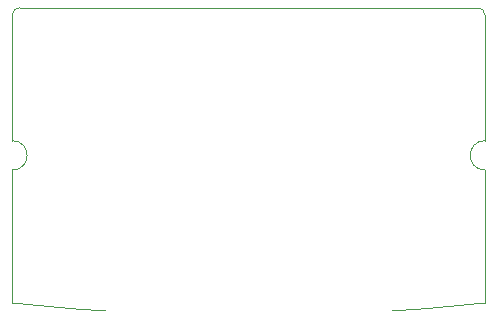
<source format=gm1>
%TF.GenerationSoftware,KiCad,Pcbnew,7.0.6*%
%TF.CreationDate,2023-09-04T13:51:19+12:00*%
%TF.ProjectId,GBA_lipo,4742415f-6c69-4706-9f2e-6b696361645f,rev?*%
%TF.SameCoordinates,Original*%
%TF.FileFunction,Profile,NP*%
%FSLAX46Y46*%
G04 Gerber Fmt 4.6, Leading zero omitted, Abs format (unit mm)*
G04 Created by KiCad (PCBNEW 7.0.6) date 2023-09-04 13:51:19*
%MOMM*%
%LPD*%
G01*
G04 APERTURE LIST*
%TA.AperFunction,Profile*%
%ADD10C,0.100000*%
%TD*%
G04 APERTURE END LIST*
D10*
X80000000Y-128740000D02*
X80000000Y-140000000D01*
X120000000Y-115600000D02*
G75*
G03*
X119400000Y-115000000I-600000J0D01*
G01*
X80000000Y-139999999D02*
G75*
G03*
X120000000Y-139999999I20000000J182000073D01*
G01*
X80000000Y-115600000D02*
X80000000Y-126260000D01*
X80600000Y-115000000D02*
G75*
G03*
X80000000Y-115600000I0J-600000D01*
G01*
X80000000Y-128740000D02*
G75*
G03*
X80000000Y-126260000I0J1240000D01*
G01*
X120000000Y-126260000D02*
G75*
G03*
X120000000Y-128740000I0J-1240000D01*
G01*
X119400000Y-115000000D02*
X80600000Y-115000000D01*
X120000000Y-128740000D02*
X120000000Y-140000000D01*
X120000000Y-126260000D02*
X120000000Y-115600000D01*
M02*

</source>
